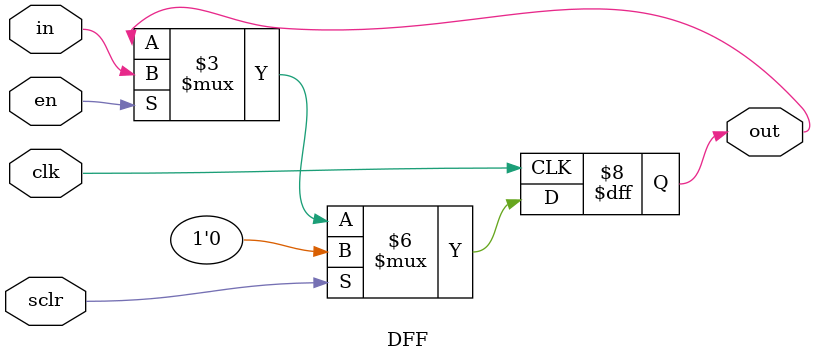
<source format=v>
module DFF(
	clk,en,sclr,in,out
	);


	input clk,en,sclr,in;

	output reg out=1'b0;

	always@(posedge clk)
		if(sclr)
		// dff
			out<=1'b0;
		else if(en)
			out<=in;

endmodule


</source>
